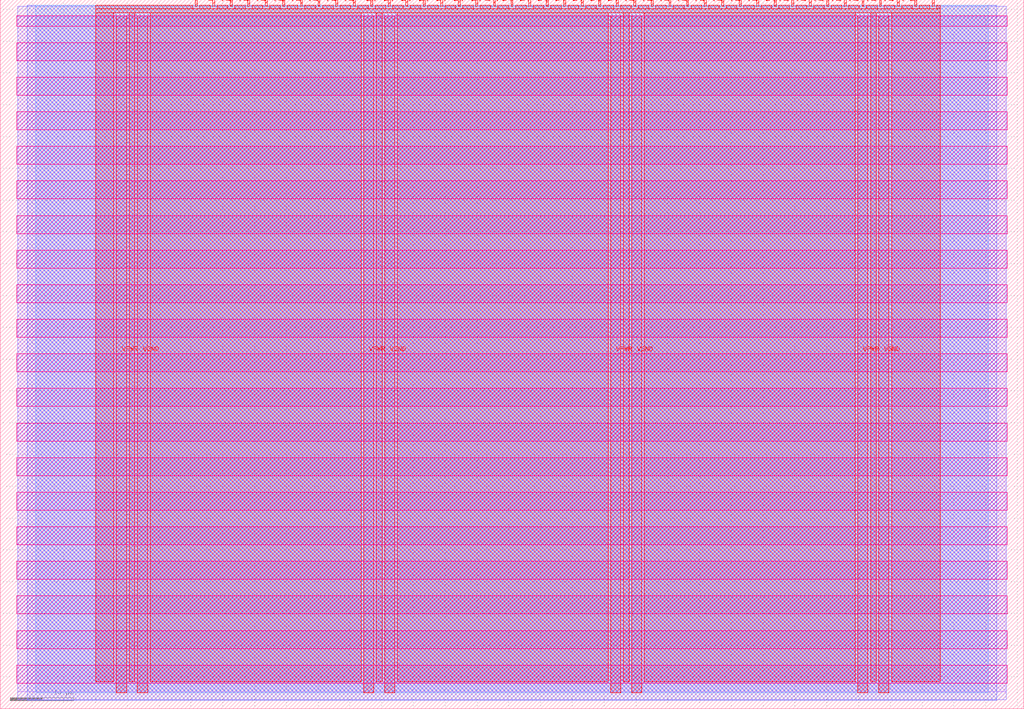
<source format=lef>
VERSION 5.7 ;
  NOWIREEXTENSIONATPIN ON ;
  DIVIDERCHAR "/" ;
  BUSBITCHARS "[]" ;
MACRO tt_um_demosiine_sda
  CLASS BLOCK ;
  FOREIGN tt_um_demosiine_sda ;
  ORIGIN 0.000 0.000 ;
  SIZE 161.000 BY 111.520 ;
  PIN VGND
    DIRECTION INOUT ;
    USE GROUND ;
    PORT
      LAYER met4 ;
        RECT 21.580 2.480 23.180 109.040 ;
    END
    PORT
      LAYER met4 ;
        RECT 60.450 2.480 62.050 109.040 ;
    END
    PORT
      LAYER met4 ;
        RECT 99.320 2.480 100.920 109.040 ;
    END
    PORT
      LAYER met4 ;
        RECT 138.190 2.480 139.790 109.040 ;
    END
  END VGND
  PIN VPWR
    DIRECTION INOUT ;
    USE POWER ;
    PORT
      LAYER met4 ;
        RECT 18.280 2.480 19.880 109.040 ;
    END
    PORT
      LAYER met4 ;
        RECT 57.150 2.480 58.750 109.040 ;
    END
    PORT
      LAYER met4 ;
        RECT 96.020 2.480 97.620 109.040 ;
    END
    PORT
      LAYER met4 ;
        RECT 134.890 2.480 136.490 109.040 ;
    END
  END VPWR
  PIN clk
    DIRECTION INPUT ;
    USE SIGNAL ;
    ANTENNAGATEAREA 0.852000 ;
    PORT
      LAYER met4 ;
        RECT 143.830 110.520 144.130 111.520 ;
    END
  END clk
  PIN ena
    DIRECTION INPUT ;
    USE SIGNAL ;
    PORT
      LAYER met4 ;
        RECT 146.590 110.520 146.890 111.520 ;
    END
  END ena
  PIN rst_n
    DIRECTION INPUT ;
    USE SIGNAL ;
    ANTENNAGATEAREA 0.196500 ;
    PORT
      LAYER met4 ;
        RECT 141.070 110.520 141.370 111.520 ;
    END
  END rst_n
  PIN ui_in[0]
    DIRECTION INPUT ;
    USE SIGNAL ;
    PORT
      LAYER met4 ;
        RECT 138.310 110.520 138.610 111.520 ;
    END
  END ui_in[0]
  PIN ui_in[1]
    DIRECTION INPUT ;
    USE SIGNAL ;
    PORT
      LAYER met4 ;
        RECT 135.550 110.520 135.850 111.520 ;
    END
  END ui_in[1]
  PIN ui_in[2]
    DIRECTION INPUT ;
    USE SIGNAL ;
    PORT
      LAYER met4 ;
        RECT 132.790 110.520 133.090 111.520 ;
    END
  END ui_in[2]
  PIN ui_in[3]
    DIRECTION INPUT ;
    USE SIGNAL ;
    PORT
      LAYER met4 ;
        RECT 130.030 110.520 130.330 111.520 ;
    END
  END ui_in[3]
  PIN ui_in[4]
    DIRECTION INPUT ;
    USE SIGNAL ;
    PORT
      LAYER met4 ;
        RECT 127.270 110.520 127.570 111.520 ;
    END
  END ui_in[4]
  PIN ui_in[5]
    DIRECTION INPUT ;
    USE SIGNAL ;
    PORT
      LAYER met4 ;
        RECT 124.510 110.520 124.810 111.520 ;
    END
  END ui_in[5]
  PIN ui_in[6]
    DIRECTION INPUT ;
    USE SIGNAL ;
    PORT
      LAYER met4 ;
        RECT 121.750 110.520 122.050 111.520 ;
    END
  END ui_in[6]
  PIN ui_in[7]
    DIRECTION INPUT ;
    USE SIGNAL ;
    PORT
      LAYER met4 ;
        RECT 118.990 110.520 119.290 111.520 ;
    END
  END ui_in[7]
  PIN uio_in[0]
    DIRECTION INPUT ;
    USE SIGNAL ;
    PORT
      LAYER met4 ;
        RECT 116.230 110.520 116.530 111.520 ;
    END
  END uio_in[0]
  PIN uio_in[1]
    DIRECTION INPUT ;
    USE SIGNAL ;
    PORT
      LAYER met4 ;
        RECT 113.470 110.520 113.770 111.520 ;
    END
  END uio_in[1]
  PIN uio_in[2]
    DIRECTION INPUT ;
    USE SIGNAL ;
    PORT
      LAYER met4 ;
        RECT 110.710 110.520 111.010 111.520 ;
    END
  END uio_in[2]
  PIN uio_in[3]
    DIRECTION INPUT ;
    USE SIGNAL ;
    PORT
      LAYER met4 ;
        RECT 107.950 110.520 108.250 111.520 ;
    END
  END uio_in[3]
  PIN uio_in[4]
    DIRECTION INPUT ;
    USE SIGNAL ;
    PORT
      LAYER met4 ;
        RECT 105.190 110.520 105.490 111.520 ;
    END
  END uio_in[4]
  PIN uio_in[5]
    DIRECTION INPUT ;
    USE SIGNAL ;
    PORT
      LAYER met4 ;
        RECT 102.430 110.520 102.730 111.520 ;
    END
  END uio_in[5]
  PIN uio_in[6]
    DIRECTION INPUT ;
    USE SIGNAL ;
    PORT
      LAYER met4 ;
        RECT 99.670 110.520 99.970 111.520 ;
    END
  END uio_in[6]
  PIN uio_in[7]
    DIRECTION INPUT ;
    USE SIGNAL ;
    PORT
      LAYER met4 ;
        RECT 96.910 110.520 97.210 111.520 ;
    END
  END uio_in[7]
  PIN uio_oe[0]
    DIRECTION OUTPUT ;
    USE SIGNAL ;
    ANTENNADIFFAREA 0.445500 ;
    PORT
      LAYER met4 ;
        RECT 49.990 110.520 50.290 111.520 ;
    END
  END uio_oe[0]
  PIN uio_oe[1]
    DIRECTION OUTPUT ;
    USE SIGNAL ;
    ANTENNADIFFAREA 0.445500 ;
    PORT
      LAYER met4 ;
        RECT 47.230 110.520 47.530 111.520 ;
    END
  END uio_oe[1]
  PIN uio_oe[2]
    DIRECTION OUTPUT ;
    USE SIGNAL ;
    ANTENNADIFFAREA 0.445500 ;
    PORT
      LAYER met4 ;
        RECT 44.470 110.520 44.770 111.520 ;
    END
  END uio_oe[2]
  PIN uio_oe[3]
    DIRECTION OUTPUT ;
    USE SIGNAL ;
    ANTENNADIFFAREA 0.445500 ;
    PORT
      LAYER met4 ;
        RECT 41.710 110.520 42.010 111.520 ;
    END
  END uio_oe[3]
  PIN uio_oe[4]
    DIRECTION OUTPUT ;
    USE SIGNAL ;
    ANTENNADIFFAREA 0.445500 ;
    PORT
      LAYER met4 ;
        RECT 38.950 110.520 39.250 111.520 ;
    END
  END uio_oe[4]
  PIN uio_oe[5]
    DIRECTION OUTPUT ;
    USE SIGNAL ;
    ANTENNADIFFAREA 0.445500 ;
    PORT
      LAYER met4 ;
        RECT 36.190 110.520 36.490 111.520 ;
    END
  END uio_oe[5]
  PIN uio_oe[6]
    DIRECTION OUTPUT ;
    USE SIGNAL ;
    ANTENNADIFFAREA 0.445500 ;
    PORT
      LAYER met4 ;
        RECT 33.430 110.520 33.730 111.520 ;
    END
  END uio_oe[6]
  PIN uio_oe[7]
    DIRECTION OUTPUT ;
    USE SIGNAL ;
    ANTENNADIFFAREA 0.445500 ;
    PORT
      LAYER met4 ;
        RECT 30.670 110.520 30.970 111.520 ;
    END
  END uio_oe[7]
  PIN uio_out[0]
    DIRECTION OUTPUT ;
    USE SIGNAL ;
    ANTENNADIFFAREA 0.445500 ;
    PORT
      LAYER met4 ;
        RECT 72.070 110.520 72.370 111.520 ;
    END
  END uio_out[0]
  PIN uio_out[1]
    DIRECTION OUTPUT ;
    USE SIGNAL ;
    ANTENNADIFFAREA 0.445500 ;
    PORT
      LAYER met4 ;
        RECT 69.310 110.520 69.610 111.520 ;
    END
  END uio_out[1]
  PIN uio_out[2]
    DIRECTION OUTPUT ;
    USE SIGNAL ;
    ANTENNADIFFAREA 0.445500 ;
    PORT
      LAYER met4 ;
        RECT 66.550 110.520 66.850 111.520 ;
    END
  END uio_out[2]
  PIN uio_out[3]
    DIRECTION OUTPUT ;
    USE SIGNAL ;
    ANTENNADIFFAREA 0.445500 ;
    PORT
      LAYER met4 ;
        RECT 63.790 110.520 64.090 111.520 ;
    END
  END uio_out[3]
  PIN uio_out[4]
    DIRECTION OUTPUT ;
    USE SIGNAL ;
    ANTENNADIFFAREA 0.445500 ;
    PORT
      LAYER met4 ;
        RECT 61.030 110.520 61.330 111.520 ;
    END
  END uio_out[4]
  PIN uio_out[5]
    DIRECTION OUTPUT ;
    USE SIGNAL ;
    ANTENNADIFFAREA 0.445500 ;
    PORT
      LAYER met4 ;
        RECT 58.270 110.520 58.570 111.520 ;
    END
  END uio_out[5]
  PIN uio_out[6]
    DIRECTION OUTPUT ;
    USE SIGNAL ;
    ANTENNADIFFAREA 0.445500 ;
    PORT
      LAYER met4 ;
        RECT 55.510 110.520 55.810 111.520 ;
    END
  END uio_out[6]
  PIN uio_out[7]
    DIRECTION OUTPUT ;
    USE SIGNAL ;
    ANTENNADIFFAREA 0.795200 ;
    PORT
      LAYER met4 ;
        RECT 52.750 110.520 53.050 111.520 ;
    END
  END uio_out[7]
  PIN uo_out[0]
    DIRECTION OUTPUT ;
    USE SIGNAL ;
    ANTENNADIFFAREA 1.443500 ;
    PORT
      LAYER met4 ;
        RECT 94.150 110.520 94.450 111.520 ;
    END
  END uo_out[0]
  PIN uo_out[1]
    DIRECTION OUTPUT ;
    USE SIGNAL ;
    ANTENNADIFFAREA 1.443500 ;
    PORT
      LAYER met4 ;
        RECT 91.390 110.520 91.690 111.520 ;
    END
  END uo_out[1]
  PIN uo_out[2]
    DIRECTION OUTPUT ;
    USE SIGNAL ;
    ANTENNADIFFAREA 1.242000 ;
    PORT
      LAYER met4 ;
        RECT 88.630 110.520 88.930 111.520 ;
    END
  END uo_out[2]
  PIN uo_out[3]
    DIRECTION OUTPUT ;
    USE SIGNAL ;
    ANTENNADIFFAREA 0.795200 ;
    PORT
      LAYER met4 ;
        RECT 85.870 110.520 86.170 111.520 ;
    END
  END uo_out[3]
  PIN uo_out[4]
    DIRECTION OUTPUT ;
    USE SIGNAL ;
    ANTENNADIFFAREA 1.593000 ;
    PORT
      LAYER met4 ;
        RECT 83.110 110.520 83.410 111.520 ;
    END
  END uo_out[4]
  PIN uo_out[5]
    DIRECTION OUTPUT ;
    USE SIGNAL ;
    ANTENNADIFFAREA 1.593000 ;
    PORT
      LAYER met4 ;
        RECT 80.350 110.520 80.650 111.520 ;
    END
  END uo_out[5]
  PIN uo_out[6]
    DIRECTION OUTPUT ;
    USE SIGNAL ;
    ANTENNADIFFAREA 1.593000 ;
    PORT
      LAYER met4 ;
        RECT 77.590 110.520 77.890 111.520 ;
    END
  END uo_out[6]
  PIN uo_out[7]
    DIRECTION OUTPUT ;
    USE SIGNAL ;
    ANTENNADIFFAREA 0.445500 ;
    PORT
      LAYER met4 ;
        RECT 74.830 110.520 75.130 111.520 ;
    END
  END uo_out[7]
  OBS
      LAYER nwell ;
        RECT 2.570 107.385 158.430 108.990 ;
        RECT 2.570 101.945 158.430 104.775 ;
        RECT 2.570 96.505 158.430 99.335 ;
        RECT 2.570 91.065 158.430 93.895 ;
        RECT 2.570 85.625 158.430 88.455 ;
        RECT 2.570 80.185 158.430 83.015 ;
        RECT 2.570 74.745 158.430 77.575 ;
        RECT 2.570 69.305 158.430 72.135 ;
        RECT 2.570 63.865 158.430 66.695 ;
        RECT 2.570 58.425 158.430 61.255 ;
        RECT 2.570 52.985 158.430 55.815 ;
        RECT 2.570 47.545 158.430 50.375 ;
        RECT 2.570 42.105 158.430 44.935 ;
        RECT 2.570 36.665 158.430 39.495 ;
        RECT 2.570 31.225 158.430 34.055 ;
        RECT 2.570 25.785 158.430 28.615 ;
        RECT 2.570 20.345 158.430 23.175 ;
        RECT 2.570 14.905 158.430 17.735 ;
        RECT 2.570 9.465 158.430 12.295 ;
        RECT 2.570 4.025 158.430 6.855 ;
      LAYER li1 ;
        RECT 2.760 2.635 158.240 108.885 ;
      LAYER met1 ;
        RECT 2.760 1.400 158.240 110.460 ;
      LAYER met2 ;
        RECT 4.240 1.370 156.760 110.685 ;
      LAYER met3 ;
        RECT 5.585 2.555 155.415 110.665 ;
      LAYER met4 ;
        RECT 15.015 110.120 30.270 110.665 ;
        RECT 31.370 110.120 33.030 110.665 ;
        RECT 34.130 110.120 35.790 110.665 ;
        RECT 36.890 110.120 38.550 110.665 ;
        RECT 39.650 110.120 41.310 110.665 ;
        RECT 42.410 110.120 44.070 110.665 ;
        RECT 45.170 110.120 46.830 110.665 ;
        RECT 47.930 110.120 49.590 110.665 ;
        RECT 50.690 110.120 52.350 110.665 ;
        RECT 53.450 110.120 55.110 110.665 ;
        RECT 56.210 110.120 57.870 110.665 ;
        RECT 58.970 110.120 60.630 110.665 ;
        RECT 61.730 110.120 63.390 110.665 ;
        RECT 64.490 110.120 66.150 110.665 ;
        RECT 67.250 110.120 68.910 110.665 ;
        RECT 70.010 110.120 71.670 110.665 ;
        RECT 72.770 110.120 74.430 110.665 ;
        RECT 75.530 110.120 77.190 110.665 ;
        RECT 78.290 110.120 79.950 110.665 ;
        RECT 81.050 110.120 82.710 110.665 ;
        RECT 83.810 110.120 85.470 110.665 ;
        RECT 86.570 110.120 88.230 110.665 ;
        RECT 89.330 110.120 90.990 110.665 ;
        RECT 92.090 110.120 93.750 110.665 ;
        RECT 94.850 110.120 96.510 110.665 ;
        RECT 97.610 110.120 99.270 110.665 ;
        RECT 100.370 110.120 102.030 110.665 ;
        RECT 103.130 110.120 104.790 110.665 ;
        RECT 105.890 110.120 107.550 110.665 ;
        RECT 108.650 110.120 110.310 110.665 ;
        RECT 111.410 110.120 113.070 110.665 ;
        RECT 114.170 110.120 115.830 110.665 ;
        RECT 116.930 110.120 118.590 110.665 ;
        RECT 119.690 110.120 121.350 110.665 ;
        RECT 122.450 110.120 124.110 110.665 ;
        RECT 125.210 110.120 126.870 110.665 ;
        RECT 127.970 110.120 129.630 110.665 ;
        RECT 130.730 110.120 132.390 110.665 ;
        RECT 133.490 110.120 135.150 110.665 ;
        RECT 136.250 110.120 137.910 110.665 ;
        RECT 139.010 110.120 140.670 110.665 ;
        RECT 141.770 110.120 143.430 110.665 ;
        RECT 144.530 110.120 146.190 110.665 ;
        RECT 147.290 110.120 147.825 110.665 ;
        RECT 15.015 109.440 147.825 110.120 ;
        RECT 15.015 4.255 17.880 109.440 ;
        RECT 20.280 4.255 21.180 109.440 ;
        RECT 23.580 4.255 56.750 109.440 ;
        RECT 59.150 4.255 60.050 109.440 ;
        RECT 62.450 4.255 95.620 109.440 ;
        RECT 98.020 4.255 98.920 109.440 ;
        RECT 101.320 4.255 134.490 109.440 ;
        RECT 136.890 4.255 137.790 109.440 ;
        RECT 140.190 4.255 147.825 109.440 ;
  END
END tt_um_demosiine_sda
END LIBRARY


</source>
